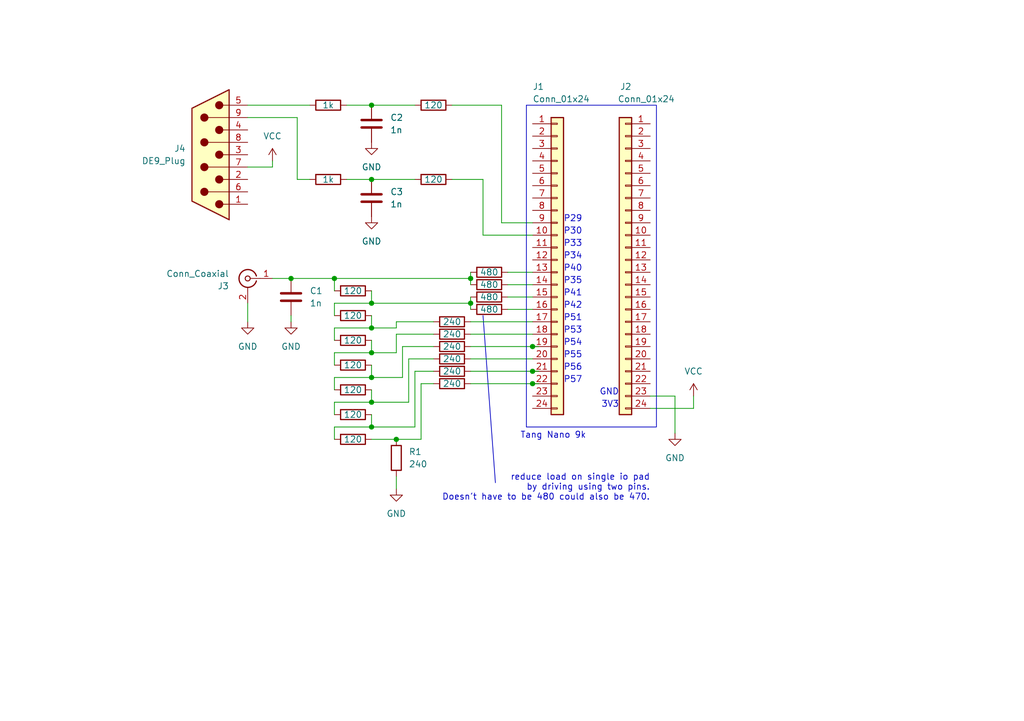
<source format=kicad_sch>
(kicad_sch (version 20230121) (generator eeschema)
  (paper "A5")
  (title_block (title "Tang Nano 9k Composite Video DAC") (date "2024-01-17"))
  (lib_symbols
    (symbol "Connector:Conn_Coaxial" (pin_names (offset 1.016) hide)
      (property "Reference" "J" (at 0.254 3.048 0))
      (property "Value" "Conn_Coaxial" (at 2.921 0 90))
      (symbol "Conn_Coaxial_0_1"
        (arc (start -1.778 -0.508) (mid 0.2311 -1.8066) (end 1.778 0) (stroke (width 0.254)))
        (polyline (pts (xy -2.54 0) (xy -0.508 0)))
        (polyline (pts (xy 0 -2.54) (xy 0 -1.778)))
        (circle (center 0 0) (radius 0.508) (stroke (width 0.2032)))
        (arc (start 1.778 0) (mid 0.2099 1.8101) (end -1.778 0.508) (stroke (width 0.254)))
      )
      (symbol "Conn_Coaxial_1_1"
        (pin passive line (at -5.08 0 0) (length 2.54) (name "In") (number "1"))
        (pin passive line (at 0 -5.08 90) (length 2.54) (name "Ext") (number "2"))
      )
    )
    (symbol "Connector:DE9_Plug" (pin_names (offset 1.016) hide)
      (property "Reference" "J" (at 0 13.97 0))
      (property "Value" "DE9_Plug" (at 0 -14.605 0))
      (symbol "DE9_Plug_0_1"
        (circle (center -1.778 -10.16) (radius 0.762) (fill (type outline)))
        (circle (center -1.778 -5.08) (radius 0.762) (fill (type outline)))
        (circle (center -1.778 0) (radius 0.762) (fill (type outline)))
        (circle (center -1.778 5.08) (radius 0.762) (fill (type outline)))
        (circle (center -1.778 10.16) (radius 0.762) (fill (type outline)))
        (polyline (pts (xy -3.81 -10.16) (xy -2.54 -10.16)))
        (polyline (pts (xy -3.81 -7.62) (xy 0.508 -7.62)))
        (polyline (pts (xy -3.81 -5.08) (xy -2.54 -5.08)))
        (polyline (pts (xy -3.81 -2.54) (xy 0.508 -2.54)))
        (polyline (pts (xy -3.81 0) (xy -2.54 0)))
        (polyline (pts (xy -3.81 2.54) (xy 0.508 2.54)))
        (polyline (pts (xy -3.81 5.08) (xy -2.54 5.08)))
        (polyline (pts (xy -3.81 7.62) (xy 0.508 7.62)))
        (polyline (pts (xy -3.81 10.16) (xy -2.54 10.16)))
        (polyline (pts (xy -3.81 -13.335) (xy -3.81 13.335) (xy 3.81 9.525) (xy 3.81 -9.525) (xy -3.81 -13.335)) (stroke (width 0.254)) (fill (type background)))
        (circle (center 1.27 -7.62) (radius 0.762) (fill (type outline)))
        (circle (center 1.27 -2.54) (radius 0.762) (fill (type outline)))
        (circle (center 1.27 2.54) (radius 0.762) (fill (type outline)))
        (circle (center 1.27 7.62) (radius 0.762) (fill (type outline)))
      )
      (symbol "DE9_Plug_1_1"
        (pin passive line (at -7.62 -10.16 0) (length 3.81) (name "1") (number "1"))
        (pin passive line (at -7.62 -5.08 0) (length 3.81) (name "2") (number "2"))
        (pin passive line (at -7.62 0 0) (length 3.81) (name "3") (number "3"))
        (pin passive line (at -7.62 5.08 0) (length 3.81) (name "4") (number "4"))
        (pin passive line (at -7.62 10.16 0) (length 3.81) (name "5") (number "5"))
        (pin passive line (at -7.62 -7.62 0) (length 3.81) (name "6") (number "6"))
        (pin passive line (at -7.62 -2.54 0) (length 3.81) (name "7") (number "7"))
        (pin passive line (at -7.62 2.54 0) (length 3.81) (name "8") (number "8"))
        (pin passive line (at -7.62 7.62 0) (length 3.81) (name "9") (number "9"))
      )
    )
    (symbol "Connector_Generic:Conn_01x24" (pin_names (offset 1.016) hide)
      (property "Reference" "J" (at 0 30.48 0))
      (property "Value" "Conn_01x24" (at 0 -33.02 0))
      (symbol "Conn_01x24_1_1"
        (rectangle (start -1.27 -30.353) (end 0 -30.607) (stroke (width 0.1524)))
        (rectangle (start -1.27 -27.813) (end 0 -28.067) (stroke (width 0.1524)))
        (rectangle (start -1.27 -25.273) (end 0 -25.527) (stroke (width 0.1524)))
        (rectangle (start -1.27 -22.733) (end 0 -22.987) (stroke (width 0.1524)))
        (rectangle (start -1.27 -20.193) (end 0 -20.447) (stroke (width 0.1524)))
        (rectangle (start -1.27 -17.653) (end 0 -17.907) (stroke (width 0.1524)))
        (rectangle (start -1.27 -15.113) (end 0 -15.367) (stroke (width 0.1524)))
        (rectangle (start -1.27 -12.573) (end 0 -12.827) (stroke (width 0.1524)))
        (rectangle (start -1.27 -10.033) (end 0 -10.287) (stroke (width 0.1524)))
        (rectangle (start -1.27 -7.493) (end 0 -7.747) (stroke (width 0.1524)))
        (rectangle (start -1.27 -4.953) (end 0 -5.207) (stroke (width 0.1524)))
        (rectangle (start -1.27 -2.413) (end 0 -2.667) (stroke (width 0.1524)))
        (rectangle (start -1.27 0.127) (end 0 -0.127) (stroke (width 0.1524)))
        (rectangle (start -1.27 2.667) (end 0 2.413) (stroke (width 0.1524)))
        (rectangle (start -1.27 5.207) (end 0 4.953) (stroke (width 0.1524)))
        (rectangle (start -1.27 7.747) (end 0 7.493) (stroke (width 0.1524)))
        (rectangle (start -1.27 10.287) (end 0 10.033) (stroke (width 0.1524)))
        (rectangle (start -1.27 12.827) (end 0 12.573) (stroke (width 0.1524)))
        (rectangle (start -1.27 15.367) (end 0 15.113) (stroke (width 0.1524)))
        (rectangle (start -1.27 17.907) (end 0 17.653) (stroke (width 0.1524)))
        (rectangle (start -1.27 20.447) (end 0 20.193) (stroke (width 0.1524)))
        (rectangle (start -1.27 22.987) (end 0 22.733) (stroke (width 0.1524)))
        (rectangle (start -1.27 25.527) (end 0 25.273) (stroke (width 0.1524)))
        (rectangle (start -1.27 28.067) (end 0 27.813) (stroke (width 0.1524)))
        (rectangle (start -1.27 29.21) (end 1.27 -31.75) (stroke (width 0.254)) (fill (type background)))
        (pin passive line (at -5.08 27.94 0) (length 3.81) (name "Pin_1") (number "1"))
        (pin passive line (at -5.08 5.08 0) (length 3.81) (name "Pin_10") (number "10"))
        (pin passive line (at -5.08 2.54 0) (length 3.81) (name "Pin_11") (number "11"))
        (pin passive line (at -5.08 0 0) (length 3.81) (name "Pin_12") (number "12"))
        (pin passive line (at -5.08 -2.54 0) (length 3.81) (name "Pin_13") (number "13"))
        (pin passive line (at -5.08 -5.08 0) (length 3.81) (name "Pin_14") (number "14"))
        (pin passive line (at -5.08 -7.62 0) (length 3.81) (name "Pin_15") (number "15"))
        (pin passive line (at -5.08 -10.16 0) (length 3.81) (name "Pin_16") (number "16"))
        (pin passive line (at -5.08 -12.7 0) (length 3.81) (name "Pin_17") (number "17"))
        (pin passive line (at -5.08 -15.24 0) (length 3.81) (name "Pin_18") (number "18"))
        (pin passive line (at -5.08 -17.78 0) (length 3.81) (name "Pin_19") (number "19"))
        (pin passive line (at -5.08 25.4 0) (length 3.81) (name "Pin_2") (number "2"))
        (pin passive line (at -5.08 -20.32 0) (length 3.81) (name "Pin_20") (number "20"))
        (pin passive line (at -5.08 -22.86 0) (length 3.81) (name "Pin_21") (number "21"))
        (pin passive line (at -5.08 -25.4 0) (length 3.81) (name "Pin_22") (number "22"))
        (pin passive line (at -5.08 -27.94 0) (length 3.81) (name "Pin_23") (number "23"))
        (pin passive line (at -5.08 -30.48 0) (length 3.81) (name "Pin_24") (number "24"))
        (pin passive line (at -5.08 22.86 0) (length 3.81) (name "Pin_3") (number "3"))
        (pin passive line (at -5.08 20.32 0) (length 3.81) (name "Pin_4") (number "4"))
        (pin passive line (at -5.08 17.78 0) (length 3.81) (name "Pin_5") (number "5"))
        (pin passive line (at -5.08 15.24 0) (length 3.81) (name "Pin_6") (number "6"))
        (pin passive line (at -5.08 12.7 0) (length 3.81) (name "Pin_7") (number "7"))
        (pin passive line (at -5.08 10.16 0) (length 3.81) (name "Pin_8") (number "8"))
        (pin passive line (at -5.08 7.62 0) (length 3.81) (name "Pin_9") (number "9"))
      )
    )
    (symbol "Device:C" (pin_numbers hide) (pin_names (offset 0.254))
      (property "Reference" "C" (at 0.635 2.54 0))
      (property "Value" "C" (at 0.635 -2.54 0))
      (symbol "C_0_1"
        (polyline (pts (xy -2.032 -0.762) (xy 2.032 -0.762)) (stroke (width 0.508)))
        (polyline (pts (xy -2.032 0.762) (xy 2.032 0.762)) (stroke (width 0.508)))
      )
      (symbol "C_1_1"
        (pin passive line (at 0 3.81 270) (length 2.794) (name "~") (number "1"))
        (pin passive line (at 0 -3.81 90) (length 2.794) (name "~") (number "2"))
      )
    )
    (symbol "Device:R" (pin_numbers hide) (pin_names (offset 0))
      (property "Reference" "R" (at 2.032 0 90))
      (property "Value" "R" (at 0 0 90))
      (symbol "R_0_1"
        (rectangle (start -1.016 -2.54) (end 1.016 2.54) (stroke (width 0.254)))
      )
      (symbol "R_1_1"
        (pin passive line (at 0 3.81 270) (length 1.27) (name "~") (number "1"))
        (pin passive line (at 0 -3.81 90) (length 1.27) (name "~") (number "2"))
      )
    )
    (symbol "power:GND" (power) (pin_names (offset 0))
      (property "Value" "GND" (at 0 -3.81 0))
      (symbol "GND_0_1"
        (polyline (pts (xy 0 0) (xy 0 -1.27) (xy 1.27 -1.27) (xy 0 -2.54) (xy -1.27 -1.27) (xy 0 -1.27)))
      )
      (symbol "GND_1_1"
        (pin power_in line (at 0 0 270) (length 0) hide (name "GND") (number "1"))
      )
    )
    (symbol "power:VCC" (power) (pin_names (offset 0))
      (property "Value" "VCC" (at 0 3.81 0))
      (symbol "VCC_0_1"
        (polyline (pts (xy -0.762 1.27) (xy 0 2.54)))
        (polyline (pts (xy 0 0) (xy 0 2.54)))
        (polyline (pts (xy 0 2.54) (xy 0.762 1.27)))
      )
      (symbol "VCC_1_1"
        (pin power_in line (at 0 0 90) (length 0) hide (name "VCC") (number "1"))
      )
    )
  )
  (junction (at 76.2 87.63))
  (junction (at 76.2 67.31))
  (junction (at 76.2 62.23))
  (junction (at 109.22 78.74))
  (junction (at 81.28 90.17))
  (junction (at 96.52 57.15))
  (junction (at 76.2 82.55))
  (junction (at 68.58 57.15))
  (junction (at 59.69 57.15))
  (junction (at 109.22 71.12))
  (junction (at 96.52 62.23))
  (junction (at 76.2 72.39))
  (junction (at 109.22 76.2))
  (junction (at 76.2 77.47))
  (junction (at 76.2 21.59))
  (junction (at 76.2 36.83))
  (wire (pts (xy 86.36 78.74) (xy 88.9 78.74)))
  (wire (pts (xy 76.2 90.17) (xy 81.28 90.17)))
  (wire (pts (xy 96.52 78.74) (xy 109.22 78.74)))
  (wire (pts (xy 104.14 63.5) (xy 109.22 63.5)))
  (wire (pts (xy 50.8 21.59) (xy 63.5 21.59)))
  (wire (pts (xy 104.14 60.96) (xy 109.22 60.96)))
  (wire (pts (xy 68.58 80.01) (xy 68.58 77.47)))
  (wire (pts (xy 71.12 21.59) (xy 76.2 21.59)))
  (wire (pts (xy 55.88 34.29) (xy 55.88 33.02)))
  (wire (pts (xy 76.2 82.55) (xy 83.82 82.55)))
  (wire (pts (xy 83.82 73.66) (xy 88.9 73.66)))
  (wire (pts (xy 102.87 21.59) (xy 102.87 45.72)))
  (wire (pts (xy 138.43 81.28) (xy 138.43 88.9)))
  (wire (pts (xy 68.58 85.09) (xy 68.58 82.55)))
  (wire (pts (xy 92.71 36.83) (xy 99.06 36.83)))
  (wire (pts (xy 85.09 76.2) (xy 88.9 76.2)))
  (wire (pts (xy 110.49 76.2) (xy 109.22 76.2)))
  (wire (pts (xy 96.52 68.58) (xy 109.22 68.58)))
  (wire (pts (xy 68.58 62.23) (xy 76.2 62.23)))
  (wire (pts (xy 59.69 57.15) (xy 68.58 57.15)))
  (wire (pts (xy 83.82 73.66) (xy 83.82 82.55)))
  (wire (pts (xy 85.09 87.63) (xy 85.09 76.2)))
  (wire (pts (xy 50.8 34.29) (xy 55.88 34.29)))
  (wire (pts (xy 110.49 78.74) (xy 109.22 78.74)))
  (wire (pts (xy 59.69 66.04) (xy 59.69 64.77)))
  (wire (pts (xy 96.52 62.23) (xy 96.52 63.5)))
  (wire (pts (xy 50.8 24.13) (xy 60.96 24.13)))
  (wire (pts (xy 68.58 90.17) (xy 68.58 87.63)))
  (wire (pts (xy 55.88 57.15) (xy 59.69 57.15)))
  (wire (pts (xy 96.52 71.12) (xy 109.22 71.12)))
  (wire (pts (xy 99.06 36.83) (xy 99.06 48.26)))
  (wire (pts (xy 76.2 59.69) (xy 76.2 62.23)))
  (wire (pts (xy 96.52 76.2) (xy 109.22 76.2)))
  (wire (pts (xy 104.14 58.42) (xy 109.22 58.42)))
  (wire (pts (xy 76.2 74.93) (xy 76.2 77.47)))
  (wire (pts (xy 133.35 81.28) (xy 138.43 81.28)))
  (wire (pts (xy 142.24 83.82) (xy 142.24 81.28)))
  (wire (pts (xy 82.55 71.12) (xy 82.55 77.47)))
  (wire (pts (xy 110.49 71.12) (xy 109.22 71.12)))
  (wire (pts (xy 133.35 83.82) (xy 142.24 83.82)))
  (wire (pts (xy 96.52 73.66) (xy 109.22 73.66)))
  (wire (pts (xy 96.52 55.88) (xy 96.52 57.15)))
  (wire (pts (xy 81.28 68.58) (xy 81.28 72.39)))
  (wire (pts (xy 81.28 100.33) (xy 81.28 97.79)))
  (wire (pts (xy 68.58 87.63) (xy 76.2 87.63)))
  (wire (pts (xy 76.2 80.01) (xy 76.2 82.55)))
  (wire (pts (xy 76.2 85.09) (xy 76.2 87.63)))
  (wire (pts (xy 68.58 67.31) (xy 76.2 67.31)))
  (wire (pts (xy 92.71 21.59) (xy 102.87 21.59)))
  (wire (pts (xy 68.58 59.69) (xy 68.58 57.15)))
  (wire (pts (xy 96.52 57.15) (xy 96.52 58.42)))
  (wire (pts (xy 60.96 36.83) (xy 63.5 36.83)))
  (wire (pts (xy 68.58 72.39) (xy 68.58 74.93)))
  (wire (pts (xy 85.09 87.63) (xy 76.2 87.63)))
  (wire (pts (xy 71.12 36.83) (xy 76.2 36.83)))
  (wire (pts (xy 60.96 24.13) (xy 60.96 36.83)))
  (wire (pts (xy 76.2 64.77) (xy 76.2 67.31)))
  (wire (pts (xy 102.87 45.72) (xy 109.22 45.72)))
  (wire (pts (xy 68.58 57.15) (xy 96.52 57.15)))
  (wire (pts (xy 68.58 72.39) (xy 76.2 72.39)))
  (wire (pts (xy 81.28 66.04) (xy 81.28 67.31)))
  (wire (pts (xy 76.2 67.31) (xy 81.28 67.31)))
  (wire (pts (xy 82.55 71.12) (xy 88.9 71.12)))
  (wire (pts (xy 68.58 82.55) (xy 76.2 82.55)))
  (wire (pts (xy 76.2 62.23) (xy 96.52 62.23)))
  (wire (pts (xy 104.14 55.88) (xy 109.22 55.88)))
  (wire (pts (xy 85.09 36.83) (xy 76.2 36.83)))
  (wire (pts (xy 81.28 66.04) (xy 88.9 66.04)))
  (wire (pts (xy 76.2 69.85) (xy 76.2 72.39)))
  (wire (pts (xy 99.06 48.26) (xy 109.22 48.26)))
  (wire (pts (xy 96.52 66.04) (xy 109.22 66.04)))
  (wire (pts (xy 85.09 21.59) (xy 76.2 21.59)))
  (wire (pts (xy 76.2 77.47) (xy 82.55 77.47)))
  (wire (pts (xy 68.58 69.85) (xy 68.58 67.31)))
  (polyline (pts (xy 101.6 99.06) (xy 99.06 64.77)))
  (wire (pts (xy 81.28 68.58) (xy 88.9 68.58)))
  (wire (pts (xy 68.58 64.77) (xy 68.58 62.23)))
  (wire (pts (xy 96.52 60.96) (xy 96.52 62.23)))
  (wire (pts (xy 86.36 90.17) (xy 86.36 78.74)))
  (wire (pts (xy 68.58 77.47) (xy 76.2 77.47)))
  (wire (pts (xy 81.28 90.17) (xy 86.36 90.17)))
  (wire (pts (xy 76.2 72.39) (xy 81.28 72.39)))
  (wire (pts (xy 50.8 66.04) (xy 50.8 62.23)))
  (rectangle (start 107.95 21.59) (end 134.62 87.63))
  (text "P41" (at 115.57 60.96 0) (effects (font (size 1.27 1.27)) (justify left bottom)))
  (text "P51" (at 115.57 66.04 0) (effects (font (size 1.27 1.27)) (justify left bottom)))
  (text "P35" (at 115.57 58.42 0) (effects (font (size 1.27 1.27)) (justify left bottom)))
  (text "Tang Nano 9k" (at 106.68 90.17 0) (effects (font (size 1.27 1.27)) (justify left bottom)))
  (text "P33" (at 115.57 50.8 0) (effects (font (size 1.27 1.27)) (justify left bottom)))
  (text "P40" (at 115.57 55.88 0) (effects (font (size 1.27 1.27)) (justify left bottom)))
  (text "GND" (at 127 81.28 0) (effects (font (size 1.27 1.27)) (justify right bottom)))
  (text "P42" (at 115.57 63.5 0) (effects (font (size 1.27 1.27)) (justify left bottom)))
  (text "reduce load on single io pad\nby driving using two pins.\nDoesn't have to be 480 could also be 470." (at 133.35 102.87 0) (effects (font (size 1.27 1.27)) (justify right bottom)))
  (text "P30" (at 115.57 48.26 0) (effects (font (size 1.27 1.27)) (justify left bottom)))
  (text "P54" (at 115.57 71.12 0) (effects (font (size 1.27 1.27)) (justify left bottom)))
  (text "3V3" (at 127 83.82 0) (effects (font (size 1.27 1.27)) (justify right bottom)))
  (text "P56" (at 115.57 76.2 0) (effects (font (size 1.27 1.27)) (justify left bottom)))
  (text "P53" (at 115.57 68.58 0) (effects (font (size 1.27 1.27)) (justify left bottom)))
  (text "P29" (at 115.57 45.72 0) (effects (font (size 1.27 1.27)) (justify left bottom)))
  (text "P55" (at 115.57 73.66 0) (effects (font (size 1.27 1.27)) (justify left bottom)))
  (text "P34" (at 115.57 53.34 0) (effects (font (size 1.27 1.27)) (justify left bottom)))
  (text "P57" (at 115.57 78.74 0) (effects (font (size 1.27 1.27)) (justify left bottom)))
  (symbol (lib_id "Device:R") (at 67.31 36.83 90) (unit 1)
    (property "Reference" "R21" (effects hide))
    (property "Value" "1k" (at 67.31 36.83 90))
    (property "Footprint" "Resistor_THT:R_Axial_DIN0204_L3.6mm_D1.6mm_P5.08mm_Horizontal" (effects hide))
  )
  (symbol (lib_id "Device:R") (at 72.39 64.77 90) (unit 1)
    (property "Reference" "R15" (effects hide))
    (property "Value" "120" (at 72.39 64.77 90))
    (property "Footprint" "Resistor_THT:R_Axial_DIN0204_L3.6mm_D1.6mm_P5.08mm_Horizontal" (effects hide))
  )
  (symbol (lib_id "Device:R") (at 72.39 74.93 90) (unit 1)
    (property "Reference" "R11" (effects hide))
    (property "Value" "120" (at 72.39 74.93 90))
    (property "Footprint" "Resistor_THT:R_Axial_DIN0204_L3.6mm_D1.6mm_P5.08mm_Horizontal" (effects hide))
  )
  (symbol (lib_id "power:GND") (at 76.2 29.21 0) (unit 1)
    (property "Reference" "#PWR07" (effects hide))
    (property "Value" "GND" (at 76.2 34.29 0))
  )
  (symbol (lib_id "Device:R") (at 92.71 66.04 90) (unit 1)
    (property "Reference" "R7" (effects hide))
    (property "Value" "240" (at 92.71 66.04 90))
    (property "Footprint" "Resistor_THT:R_Axial_DIN0204_L3.6mm_D1.6mm_P5.08mm_Horizontal" (effects hide))
  )
  (symbol (lib_id "Device:R") (at 100.33 63.5 90) (unit 1)
    (property "Reference" "R8" (effects hide))
    (property "Value" "480" (at 100.33 63.5 90))
    (property "Footprint" "Resistor_THT:R_Axial_DIN0204_L3.6mm_D1.6mm_P5.08mm_Horizontal" (effects hide))
  )
  (symbol (lib_id "Device:R") (at 72.39 85.09 90) (unit 1)
    (property "Reference" "R10" (effects hide))
    (property "Value" "120" (at 72.39 85.09 90))
    (property "Footprint" "Resistor_THT:R_Axial_DIN0204_L3.6mm_D1.6mm_P5.08mm_Horizontal" (effects hide))
  )
  (symbol (lib_id "Device:R") (at 100.33 58.42 90) (unit 1)
    (property "Reference" "R17" (effects hide))
    (property "Value" "480" (at 100.33 58.42 90))
    (property "Footprint" "Resistor_THT:R_Axial_DIN0204_L3.6mm_D1.6mm_P5.08mm_Horizontal" (effects hide))
  )
  (symbol (lib_id "Connector_Generic:Conn_01x24") (at 114.3 53.34 0) (unit 1)
    (property "Reference" "J1" (at 109.22 17.78 0) (effects (justify left)))
    (property "Value" "Conn_01x24" (at 109.22 20.32 0) (effects (justify left)))
    (property "Footprint" "Connector_PinHeader_2.54mm:PinHeader_1x24_P2.54mm_Vertical" (effects hide))
  )
  (symbol (lib_id "Device:R") (at 92.71 68.58 90) (unit 1)
    (property "Reference" "R6" (effects hide))
    (property "Value" "240" (at 92.71 68.58 90))
    (property "Footprint" "Resistor_THT:R_Axial_DIN0204_L3.6mm_D1.6mm_P5.08mm_Horizontal" (effects hide))
  )
  (symbol (lib_id "Device:R") (at 72.39 90.17 90) (unit 1)
    (property "Reference" "R9" (effects hide))
    (property "Value" "120" (at 72.39 90.17 90))
    (property "Footprint" "Resistor_THT:R_Axial_DIN0204_L3.6mm_D1.6mm_P5.08mm_Horizontal" (effects hide))
  )
  (symbol (lib_id "Device:C") (at 76.2 25.4 0) (unit 1)
    (property "Reference" "C2" (at 80.01 24.13 0) (effects (justify left)))
    (property "Value" "1n" (at 80.01 26.67 0) (effects (justify left)))
    (property "Footprint" "Capacitor_THT:C_Rect_L7.0mm_W2.0mm_P5.00mm" (effects hide))
  )
  (symbol (lib_id "Device:R") (at 88.9 21.59 90) (unit 1)
    (property "Reference" "R20" (effects hide))
    (property "Value" "120" (at 88.9 21.59 90))
    (property "Footprint" "Resistor_THT:R_Axial_DIN0204_L3.6mm_D1.6mm_P5.08mm_Horizontal" (effects hide))
  )
  (symbol (lib_id "Device:C") (at 76.2 40.64 0) (unit 1)
    (property "Reference" "C3" (at 80.01 39.37 0) (effects (justify left)))
    (property "Value" "1n" (at 80.01 41.91 0) (effects (justify left)))
    (property "Footprint" "Capacitor_THT:C_Rect_L7.0mm_W2.0mm_P5.00mm" (effects hide))
  )
  (symbol (lib_id "Device:R") (at 100.33 60.96 90) (unit 1)
    (property "Reference" "R18" (effects hide))
    (property "Value" "480" (at 100.33 60.96 90))
    (property "Footprint" "Resistor_THT:R_Axial_DIN0204_L3.6mm_D1.6mm_P5.08mm_Horizontal" (effects hide))
  )
  (symbol (lib_id "Device:R") (at 72.39 69.85 90) (unit 1)
    (property "Reference" "R16" (effects hide))
    (property "Value" "120" (at 72.39 69.85 90))
    (property "Footprint" "Resistor_THT:R_Axial_DIN0204_L3.6mm_D1.6mm_P5.08mm_Horizontal" (effects hide))
  )
  (symbol (lib_id "Device:R") (at 92.71 78.74 90) (unit 1)
    (property "Reference" "R2" (effects hide))
    (property "Value" "240" (at 92.71 78.74 90))
    (property "Footprint" "Resistor_THT:R_Axial_DIN0204_L3.6mm_D1.6mm_P5.08mm_Horizontal" (effects hide))
  )
  (symbol (lib_id "power:GND") (at 59.69 66.04 0) (unit 1)
    (property "Reference" "#PWR04" (effects hide))
    (property "Value" "GND" (at 59.69 71.12 0))
  )
  (symbol (lib_id "Device:R") (at 92.71 76.2 90) (unit 1)
    (property "Reference" "R3" (effects hide))
    (property "Value" "240" (at 92.71 76.2 90))
    (property "Footprint" "Resistor_THT:R_Axial_DIN0204_L3.6mm_D1.6mm_P5.08mm_Horizontal" (effects hide))
  )
  (symbol (lib_id "Connector:Conn_Coaxial") (at 50.8 57.15 0) (mirror y) (unit 1)
    (property "Reference" "J3" (at 46.99 58.7132 0) (effects (justify left)))
    (property "Value" "Conn_Coaxial" (at 46.99 56.1732 0) (effects (justify left)))
    (property "Footprint" "Inductor_THT:L_Axial_L9.5mm_D4.0mm_P5.08mm_Vertical_Fastron_SMCC" (effects hide))
    (property "Datasheet" " ~" (effects hide))
  )
  (symbol (lib_id "Device:R") (at 92.71 71.12 90) (unit 1)
    (property "Reference" "R5" (effects hide))
    (property "Value" "240" (at 92.71 71.12 90))
    (property "Footprint" "Resistor_THT:R_Axial_DIN0204_L3.6mm_D1.6mm_P5.08mm_Horizontal" (effects hide))
  )
  (symbol (lib_id "Device:R") (at 72.39 80.01 90) (unit 1)
    (property "Reference" "R12" (effects hide))
    (property "Value" "120" (at 72.39 80.01 90))
    (property "Footprint" "Resistor_THT:R_Axial_DIN0204_L3.6mm_D1.6mm_P5.08mm_Horizontal" (effects hide))
  )
  (symbol (lib_id "Connector:DE9_Plug") (at 43.18 31.75 0) (mirror y) (unit 1)
    (property "Reference" "J4" (at 38.1 30.48 0) (effects (justify left)))
    (property "Value" "DE9_Plug" (at 38.1 33.02 0) (effects (justify left)))
    (property "Footprint" "Connector_Dsub:DSUB-9_Male_Horizontal_P2.77x2.54mm_EdgePinOffset9.40mm" (effects hide))
    (property "Datasheet" " ~" (effects hide))
  )
  (symbol (lib_id "Device:R") (at 88.9 36.83 90) (unit 1)
    (property "Reference" "R22" (effects hide))
    (property "Value" "120" (at 88.9 36.83 90))
    (property "Footprint" "Resistor_THT:R_Axial_DIN0204_L3.6mm_D1.6mm_P5.08mm_Horizontal" (effects hide))
  )
  (symbol (lib_id "power:GND") (at 81.28 100.33 0) (unit 1)
    (property "Reference" "#PWR02" (effects hide))
    (property "Value" "GND" (at 81.28 105.41 0))
  )
  (symbol (lib_id "Device:R") (at 67.31 21.59 90) (unit 1)
    (property "Reference" "R13" (effects hide))
    (property "Value" "1k" (at 67.31 21.59 90))
    (property "Footprint" "Resistor_THT:R_Axial_DIN0204_L3.6mm_D1.6mm_P5.08mm_Horizontal" (effects hide))
  )
  (symbol (lib_id "Device:R") (at 92.71 73.66 90) (unit 1)
    (property "Reference" "R4" (effects hide))
    (property "Value" "240" (at 92.71 73.66 90))
    (property "Footprint" "Resistor_THT:R_Axial_DIN0204_L3.6mm_D1.6mm_P5.08mm_Horizontal" (effects hide))
  )
  (symbol (lib_id "Device:R") (at 72.39 59.69 90) (unit 1)
    (property "Reference" "R14" (effects hide))
    (property "Value" "120" (at 72.39 59.69 90))
    (property "Footprint" "Resistor_THT:R_Axial_DIN0204_L3.6mm_D1.6mm_P5.08mm_Horizontal" (effects hide))
  )
  (symbol (lib_id "Connector_Generic:Conn_01x24") (at 128.27 53.34 0) (mirror y) (unit 1)
    (property "Reference" "J2" (at 129.54 17.78 0) (effects (justify left)))
    (property "Value" "Conn_01x24" (at 138.43 20.32 0) (effects (justify left)))
    (property "Footprint" "Connector_PinHeader_2.54mm:PinHeader_1x24_P2.54mm_Vertical" (effects hide))
  )
  (symbol (lib_id "Device:R") (at 100.33 55.88 90) (unit 1)
    (property "Reference" "R19" (effects hide))
    (property "Value" "480" (at 100.33 55.88 90))
    (property "Footprint" "Resistor_THT:R_Axial_DIN0204_L3.6mm_D1.6mm_P5.08mm_Horizontal" (effects hide))
  )
  (symbol (lib_id "power:VCC") (at 55.88 33.02 0) (unit 1)
    (property "Reference" "#PWR05" (effects hide))
    (property "Value" "VCC" (at 55.88 27.94 0))
  )
  (symbol (lib_id "power:GND") (at 138.43 88.9 0) (unit 1)
    (property "Reference" "#PWR01" (effects hide))
    (property "Value" "GND" (at 138.43 93.98 0))
  )
  (symbol (lib_id "power:GND") (at 50.8 66.04 0) (unit 1)
    (property "Reference" "#PWR03" (effects hide))
    (property "Value" "GND" (at 50.8 71.12 0))
  )
  (symbol (lib_id "power:VCC") (at 142.24 81.28 0) (unit 1)
    (property "Reference" "#PWR06" (effects hide))
    (property "Value" "VCC" (at 142.24 76.2 0))
  )
  (symbol (lib_id "power:GND") (at 76.2 44.45 0) (unit 1)
    (property "Reference" "#PWR08" (effects hide))
    (property "Value" "GND" (at 76.2 49.53 0))
  )
  (symbol (lib_id "Device:C") (at 59.69 60.96 0) (unit 1)
    (property "Reference" "C1" (at 63.5 59.69 0) (effects (justify left)))
    (property "Value" "1n" (at 63.5 62.23 0) (effects (justify left)))
    (property "Footprint" "Capacitor_THT:C_Rect_L7.0mm_W2.0mm_P5.00mm" (effects hide))
  )
  (symbol (lib_id "Device:R") (at 81.28 93.98 180) (unit 1)
    (property "Reference" "R1" (at 83.82 92.71 0) (effects (justify right)))
    (property "Value" "240" (at 83.82 95.25 0) (effects (justify right)))
    (property "Footprint" "Resistor_THT:R_Axial_DIN0204_L3.6mm_D1.6mm_P5.08mm_Horizontal" (effects hide))
  )
)
</source>
